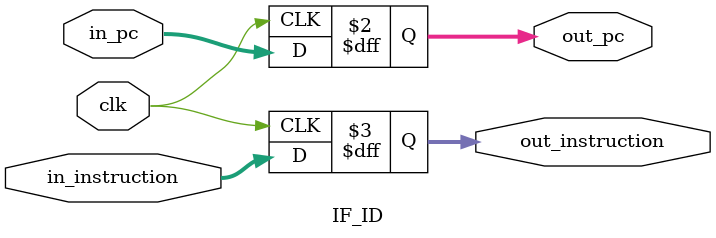
<source format=v>

module IF_ID( clk, in_pc, in_instruction, out_pc, out_instruction );
	input clk ;
	input [31:0] in_pc, in_instruction ;
	output [31:0] out_pc, out_instruction ;
	reg [31:0] out_pc, out_instruction ;

	
	always @( posedge clk ) begin
		out_pc = in_pc ;
		out_instruction = in_instruction ;
	end
	
endmodule

</source>
